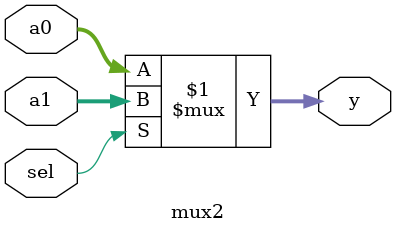
<source format=v>
`timescale 1ns / 1ps

module mux2(a1,a0,sel,y);
    
    input [31:0] a1,a0;
    input sel;
    output [31:0] y;
    
    assign y = sel? a1:a0;
    
endmodule

</source>
